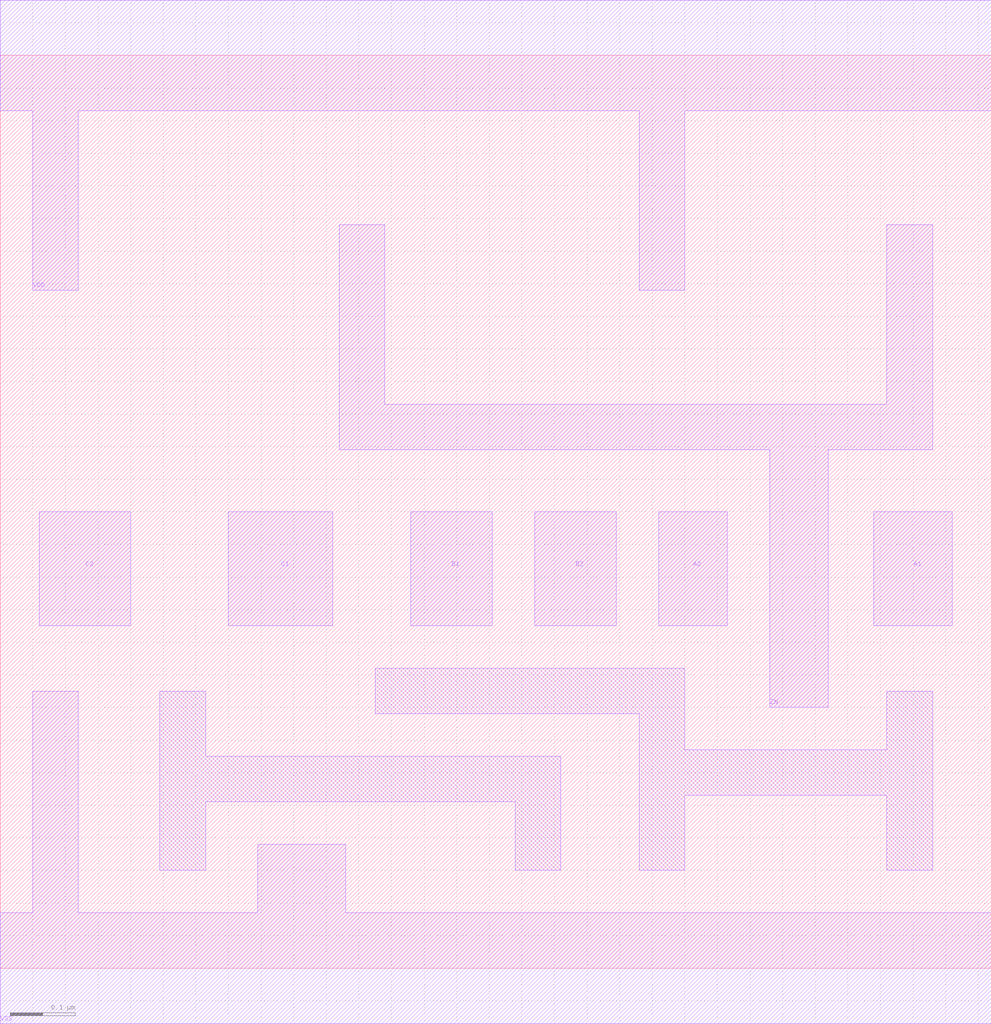
<source format=lef>
# 
# ******************************************************************************
# *                                                                            *
# *                   Copyright (C) 2004-2010, Nangate Inc.                    *
# *                           All rights reserved.                             *
# *                                                                            *
# * Nangate and the Nangate logo are trademarks of Nangate Inc.                *
# *                                                                            *
# * All trademarks, logos, software marks, and trade names (collectively the   *
# * "Marks") in this program are proprietary to Nangate or other respective    *
# * owners that have granted Nangate the right and license to use such Marks.  *
# * You are not permitted to use the Marks without the prior written consent   *
# * of Nangate or such third party that may own the Marks.                     *
# *                                                                            *
# * This file has been provided pursuant to a License Agreement containing     *
# * restrictions on its use. This file contains valuable trade secrets and     *
# * proprietary information of Nangate Inc., and is protected by U.S. and      *
# * international laws and/or treaties.                                        *
# *                                                                            *
# * The copyright notice(s) in this file does not indicate actual or intended  *
# * publication of this file.                                                  *
# *                                                                            *
# *     NGLibraryCreator, v2010.08-HR32-SP3-2010-08-05 - build 1009061800      *
# *                                                                            *
# ******************************************************************************
# 
# 
# Running on brazil06.nangate.com.br for user Giancarlo Franciscatto (gfr).
# Local time is now Fri, 3 Dec 2010, 19:32:18.
# Main process id is 27821.

VERSION 5.6 ;
BUSBITCHARS "[]" ;
DIVIDERCHAR "/" ;

MACRO OAI222_X1
  CLASS core ;
  FOREIGN OAI222_X1 0.0 0.0 ;
  ORIGIN 0 0 ;
  SYMMETRY X Y ;
  SITE FreePDK45_38x28_10R_NP_162NW_34O ;
  SIZE 1.52 BY 1.4 ;
  PIN A1
    DIRECTION INPUT ;
    ANTENNAPARTIALMETALAREA 0.021 LAYER metal1 ;
    ANTENNAPARTIALMETALSIDEAREA 0.0767 LAYER metal1 ;
    ANTENNAGATEAREA 0.05225 ;
    PORT
      LAYER metal1 ;
        POLYGON 1.34 0.525 1.43 0.525 1.46 0.525 1.46 0.7 1.43 0.7 1.34 0.7  ;
    END
  END A1
  PIN A2
    DIRECTION INPUT ;
    ANTENNAPARTIALMETALAREA 0.018375 LAYER metal1 ;
    ANTENNAPARTIALMETALSIDEAREA 0.0728 LAYER metal1 ;
    ANTENNAGATEAREA 0.05225 ;
    PORT
      LAYER metal1 ;
        POLYGON 1.01 0.525 1.115 0.525 1.115 0.7 1.01 0.7  ;
    END
  END A2
  PIN B1
    DIRECTION INPUT ;
    ANTENNAPARTIALMETALAREA 0.021875 LAYER metal1 ;
    ANTENNAPARTIALMETALSIDEAREA 0.078 LAYER metal1 ;
    ANTENNAGATEAREA 0.05225 ;
    PORT
      LAYER metal1 ;
        POLYGON 0.63 0.525 0.755 0.525 0.755 0.7 0.63 0.7  ;
    END
  END B1
  PIN B2
    DIRECTION INPUT ;
    ANTENNAPARTIALMETALAREA 0.021875 LAYER metal1 ;
    ANTENNAPARTIALMETALSIDEAREA 0.078 LAYER metal1 ;
    ANTENNAGATEAREA 0.05225 ;
    PORT
      LAYER metal1 ;
        POLYGON 0.82 0.525 0.945 0.525 0.945 0.7 0.82 0.7  ;
    END
  END B2
  PIN C1
    DIRECTION INPUT ;
    ANTENNAPARTIALMETALAREA 0.028 LAYER metal1 ;
    ANTENNAPARTIALMETALSIDEAREA 0.0871 LAYER metal1 ;
    ANTENNAGATEAREA 0.05225 ;
    PORT
      LAYER metal1 ;
        POLYGON 0.35 0.525 0.51 0.525 0.51 0.7 0.35 0.7  ;
    END
  END C1
  PIN C2
    DIRECTION INPUT ;
    ANTENNAPARTIALMETALAREA 0.0245 LAYER metal1 ;
    ANTENNAPARTIALMETALSIDEAREA 0.0819 LAYER metal1 ;
    ANTENNAGATEAREA 0.05225 ;
    PORT
      LAYER metal1 ;
        POLYGON 0.06 0.525 0.2 0.525 0.2 0.7 0.06 0.7  ;
    END
  END C2
  PIN ZN
    DIRECTION OUTPUT ;
    ANTENNAPARTIALMETALAREA 0.13775 LAYER metal1 ;
    ANTENNAPARTIALMETALSIDEAREA 0.5005 LAYER metal1 ;
    ANTENNADIFFAREA 0.3227 ;
    PORT
      LAYER metal1 ;
        POLYGON 0.52 0.795 1.18 0.795 1.18 0.4 1.27 0.4 1.27 0.795 1.43 0.795 1.43 1.14 1.36 1.14 1.36 0.865 0.59 0.865 0.59 1.14 0.52 1.14  ;
    END
  END ZN
  PIN VDD
    DIRECTION INOUT ;
    USE power ;
    SHAPE ABUTMENT ;
    PORT
      LAYER metal1 ;
        POLYGON 0 1.315 0.05 1.315 0.05 1.04 0.12 1.04 0.12 1.315 0.98 1.315 0.98 1.04 1.05 1.04 1.05 1.315 1.43 1.315 1.52 1.315 1.52 1.485 1.43 1.485 0 1.485  ;
    END
  END VDD
  PIN VSS
    DIRECTION INOUT ;
    USE ground ;
    SHAPE ABUTMENT ;
    PORT
      LAYER metal1 ;
        POLYGON 0 -0.085 1.52 -0.085 1.52 0.085 0.53 0.085 0.53 0.19 0.395 0.19 0.395 0.085 0.12 0.085 0.12 0.425 0.05 0.425 0.05 0.085 0 0.085  ;
    END
  END VSS
  OBS
      LAYER metal1 ;
        POLYGON 0.245 0.15 0.315 0.15 0.315 0.255 0.79 0.255 0.79 0.15 0.86 0.15 0.86 0.325 0.315 0.325 0.315 0.425 0.245 0.425  ;
        POLYGON 0.575 0.39 0.98 0.39 0.98 0.15 1.05 0.15 1.05 0.265 1.36 0.265 1.36 0.15 1.43 0.15 1.43 0.425 1.36 0.425 1.36 0.335 1.05 0.335 1.05 0.46 0.575 0.46  ;
  END
END OAI222_X1

END LIBRARY
#
# End of file
#

</source>
